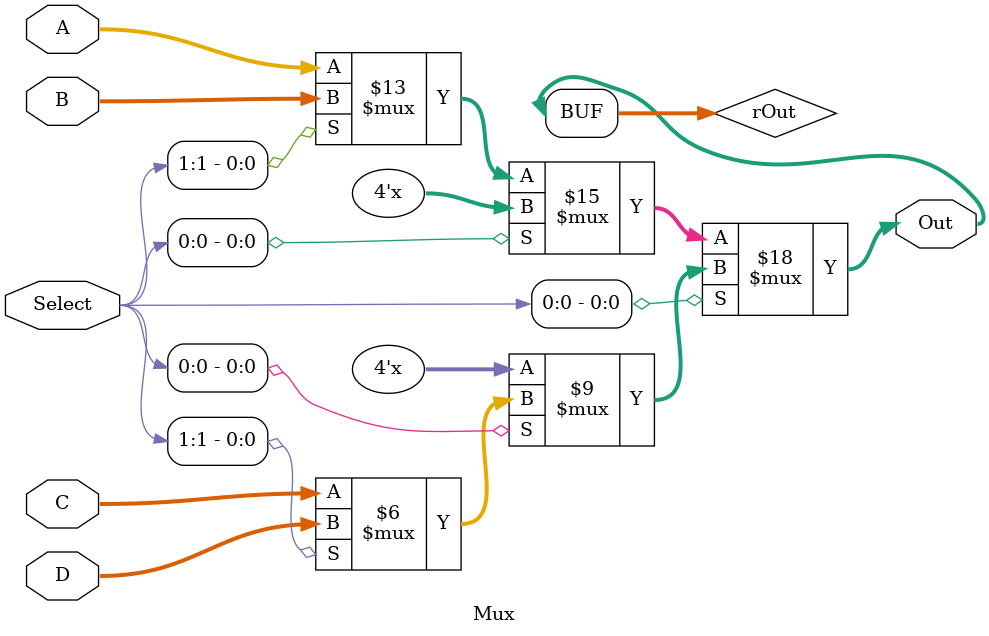
<source format=v>
module Mux(A, B, C, D, Select, Out);

input [3:0] A, B, C, D;
input [1:0] Select;
output[3:0] Out;
reg [3:0] rOut;

always @(Select)
begin
if(Select[0] == 0)
	begin
		if(Select[1] == 0)
			begin
				 rOut = A;
			end
		else
			begin
				 rOut = B;
			end
	end
else
	begin
	if(Select[1] == 0)
			begin
				 rOut = C;
			end
		else
			begin
				 rOut = D;
			end
	end
end	
assign Out = rOut;


endmodule

</source>
